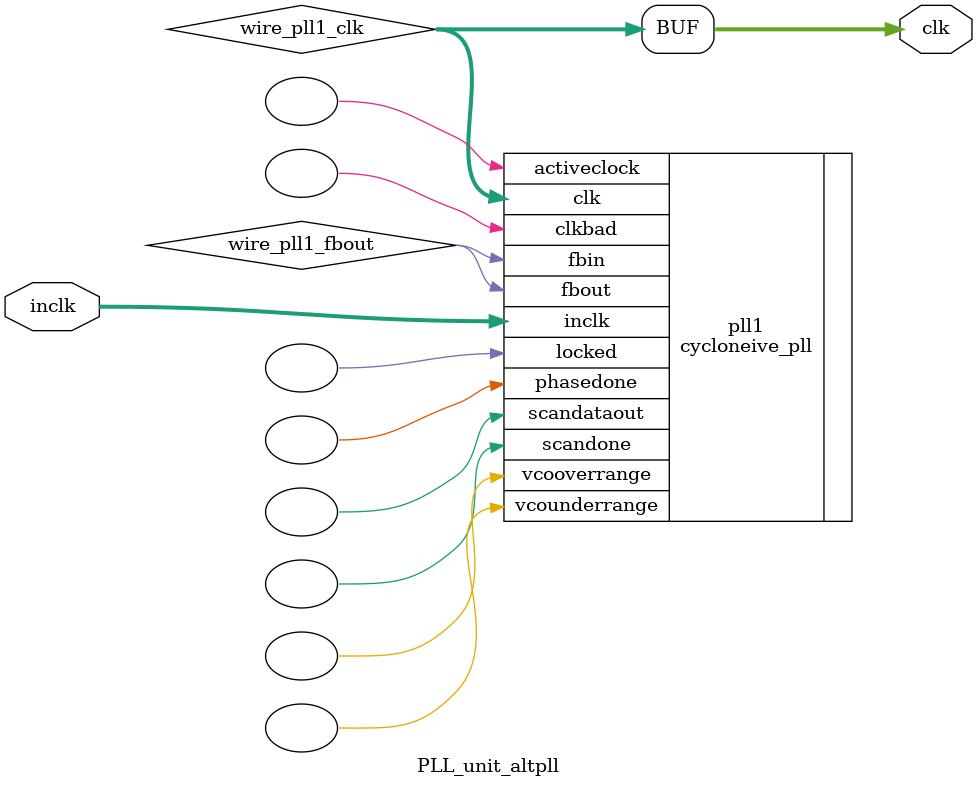
<source format=v>






//synthesis_resources = cycloneive_pll 1 
//synopsys translate_off
`timescale 1 ps / 1 ps
//synopsys translate_on
module  PLL_unit_altpll
	( 
	clk,
	inclk) /* synthesis synthesis_clearbox=1 */;
	output   [4:0]  clk;
	input   [1:0]  inclk;
`ifndef ALTERA_RESERVED_QIS
// synopsys translate_off
`endif
	tri0   [1:0]  inclk;
`ifndef ALTERA_RESERVED_QIS
// synopsys translate_on
`endif

	wire  [4:0]   wire_pll1_clk;
	wire  wire_pll1_fbout;

	cycloneive_pll   pll1
	( 
	.activeclock(),
	.clk(wire_pll1_clk),
	.clkbad(),
	.fbin(wire_pll1_fbout),
	.fbout(wire_pll1_fbout),
	.inclk(inclk),
	.locked(),
	.phasedone(),
	.scandataout(),
	.scandone(),
	.vcooverrange(),
	.vcounderrange()
	`ifndef FORMAL_VERIFICATION
	// synopsys translate_off
	`endif
	,
	.areset(1'b0),
	.clkswitch(1'b0),
	.configupdate(1'b0),
	.pfdena(1'b1),
	.phasecounterselect({3{1'b0}}),
	.phasestep(1'b0),
	.phaseupdown(1'b0),
	.scanclk(1'b0),
	.scanclkena(1'b1),
	.scandata(1'b0)
	`ifndef FORMAL_VERIFICATION
	// synopsys translate_on
	`endif
	);
	defparam
		pll1.bandwidth_type = "auto",
		pll1.clk0_divide_by = 1,
		pll1.clk0_duty_cycle = 50,
		pll1.clk0_multiply_by = 2,
		pll1.clk0_phase_shift = "0",
		pll1.compensate_clock = "clk0",
		pll1.inclk0_input_frequency = 40000,
		pll1.operation_mode = "normal",
		pll1.pll_type = "auto",
		pll1.lpm_type = "cycloneive_pll";
	assign
		clk = {wire_pll1_clk[4:0]};
endmodule //PLL_unit_altpll
//VALID FILE

</source>
